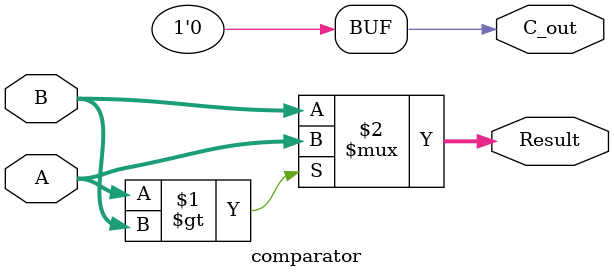
<source format=v>
module SimpleALU(
output reg [3:0] Result,
output reg C_out,

input [3:0] A, B,
input [2:0] selection 
);

// coder here

	wire [3:0] add_Result, sub_Result, com_Result, or_Result, and_Result;
	wire add_C_out, sub_C_out, com_C_out, or_C_out, and_C_out;
	
	adder A1(add_Result, add_C_out, A, B);
	subtractor S1(sub_Result, sub_C_out, A, B);
	comparator C1(com_Result, com_C_out, A, B);
//	OR O1(or_Result, or_C_out, A, B,);
//	AND AN1(and_Result, and_C_out, A, B);
	
	always @(A, B, selection)
	
		case(selection)
			3'b000: begin
						Result = add_Result;
						C_out = add_C_out;
						end
						
			3'b001: begin
						Result = sub_Result;
						C_out = sub_C_out;
						end
						
			3'b010: begin
						Result = com_Result;
						C_out = com_C_out;
						end
			
/*			3'b011: begin
						Result = and_Result;
						C_out = and_C_out;
						end
						
			3'b100: begin
						Result = or_Result;
						C_out = or_C_out;
						end
*/	
	endcase
endmodule

module adder(
output [3:0] Result,
output C_out,
input [3:0] A, B
);
// coder here

	assign {C_out, Result} = A + B;
	
endmodule

module subtractor(
output [3:0] Result,
output C_out,
input [3:0] A, B
);

// coder here

	assign {C_out, Result} = A + (~B);
	
endmodule


module comparator(
output [3:0] Result,
output C_out,
input [3:0] A, B
);
// coder here

	assign {C_out, Result} = A > B ? A : B;
	
endmodule

/*module OR(
output [3:0] Result,
output C_out,
input [3:0] A, B
);
// coder here

	assign { Result} = A or B
	
endmodule

module AND(
output [3:0] Result,
output C_out,
input [3:0] A, B
);
// coder here

	assign { Result} = A and B
	
endmodule*/

</source>
